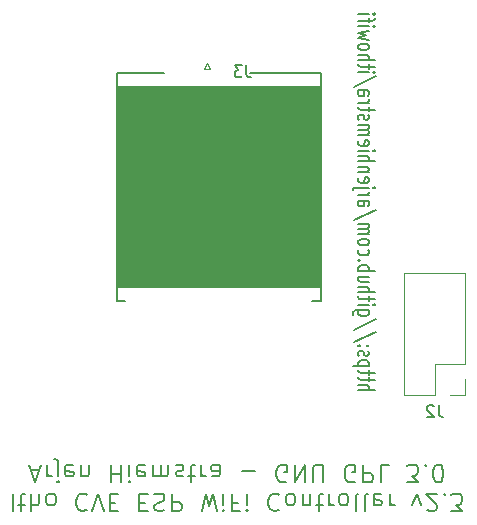
<source format=gbo>
G04 #@! TF.GenerationSoftware,KiCad,Pcbnew,(5.1.9-0-10_14)*
G04 #@! TF.CreationDate,2021-01-18T10:51:13+01:00*
G04 #@! TF.ProjectId,ithowifi,6974686f-7769-4666-992e-6b696361645f,rev?*
G04 #@! TF.SameCoordinates,Original*
G04 #@! TF.FileFunction,Legend,Bot*
G04 #@! TF.FilePolarity,Positive*
%FSLAX46Y46*%
G04 Gerber Fmt 4.6, Leading zero omitted, Abs format (unit mm)*
G04 Created by KiCad (PCBNEW (5.1.9-0-10_14)) date 2021-01-18 10:51:13*
%MOMM*%
%LPD*%
G01*
G04 APERTURE LIST*
%ADD10C,0.100000*%
%ADD11C,0.200000*%
%ADD12C,0.120000*%
%ADD13C,0.150000*%
G04 APERTURE END LIST*
D10*
G36*
X111125000Y-129997200D02*
G01*
X93878400Y-129997200D01*
X93853000Y-113030000D01*
X111125000Y-113030000D01*
X111125000Y-129997200D01*
G37*
X111125000Y-129997200D02*
X93878400Y-129997200D01*
X93853000Y-113030000D01*
X111125000Y-113030000D01*
X111125000Y-129997200D01*
D11*
X114301666Y-138762971D02*
X115701666Y-138762971D01*
X114301666Y-138334400D02*
X115035000Y-138334400D01*
X115168333Y-138382019D01*
X115235000Y-138477257D01*
X115235000Y-138620114D01*
X115168333Y-138715352D01*
X115101666Y-138762971D01*
X115235000Y-138001066D02*
X115235000Y-137620114D01*
X115701666Y-137858209D02*
X114501666Y-137858209D01*
X114368333Y-137810590D01*
X114301666Y-137715352D01*
X114301666Y-137620114D01*
X115235000Y-137429638D02*
X115235000Y-137048685D01*
X115701666Y-137286780D02*
X114501666Y-137286780D01*
X114368333Y-137239161D01*
X114301666Y-137143923D01*
X114301666Y-137048685D01*
X115235000Y-136715352D02*
X113835000Y-136715352D01*
X115168333Y-136715352D02*
X115235000Y-136620114D01*
X115235000Y-136429638D01*
X115168333Y-136334400D01*
X115101666Y-136286780D01*
X114968333Y-136239161D01*
X114568333Y-136239161D01*
X114435000Y-136286780D01*
X114368333Y-136334400D01*
X114301666Y-136429638D01*
X114301666Y-136620114D01*
X114368333Y-136715352D01*
X114368333Y-135858209D02*
X114301666Y-135762971D01*
X114301666Y-135572495D01*
X114368333Y-135477257D01*
X114501666Y-135429638D01*
X114568333Y-135429638D01*
X114701666Y-135477257D01*
X114768333Y-135572495D01*
X114768333Y-135715352D01*
X114835000Y-135810590D01*
X114968333Y-135858209D01*
X115035000Y-135858209D01*
X115168333Y-135810590D01*
X115235000Y-135715352D01*
X115235000Y-135572495D01*
X115168333Y-135477257D01*
X114435000Y-135001066D02*
X114368333Y-134953447D01*
X114301666Y-135001066D01*
X114368333Y-135048685D01*
X114435000Y-135001066D01*
X114301666Y-135001066D01*
X115168333Y-135001066D02*
X115101666Y-134953447D01*
X115035000Y-135001066D01*
X115101666Y-135048685D01*
X115168333Y-135001066D01*
X115035000Y-135001066D01*
X115768333Y-133810590D02*
X113968333Y-134667733D01*
X115768333Y-132762971D02*
X113968333Y-133620114D01*
X115235000Y-132001066D02*
X114101666Y-132001066D01*
X113968333Y-132048685D01*
X113901666Y-132096304D01*
X113835000Y-132191542D01*
X113835000Y-132334400D01*
X113901666Y-132429638D01*
X114368333Y-132001066D02*
X114301666Y-132096304D01*
X114301666Y-132286780D01*
X114368333Y-132382019D01*
X114435000Y-132429638D01*
X114568333Y-132477257D01*
X114968333Y-132477257D01*
X115101666Y-132429638D01*
X115168333Y-132382019D01*
X115235000Y-132286780D01*
X115235000Y-132096304D01*
X115168333Y-132001066D01*
X114301666Y-131524876D02*
X115235000Y-131524876D01*
X115701666Y-131524876D02*
X115635000Y-131572495D01*
X115568333Y-131524876D01*
X115635000Y-131477257D01*
X115701666Y-131524876D01*
X115568333Y-131524876D01*
X115235000Y-131191542D02*
X115235000Y-130810590D01*
X115701666Y-131048685D02*
X114501666Y-131048685D01*
X114368333Y-131001066D01*
X114301666Y-130905828D01*
X114301666Y-130810590D01*
X114301666Y-130477257D02*
X115701666Y-130477257D01*
X114301666Y-130048685D02*
X115035000Y-130048685D01*
X115168333Y-130096304D01*
X115235000Y-130191542D01*
X115235000Y-130334400D01*
X115168333Y-130429638D01*
X115101666Y-130477257D01*
X115235000Y-129143923D02*
X114301666Y-129143923D01*
X115235000Y-129572495D02*
X114501666Y-129572495D01*
X114368333Y-129524876D01*
X114301666Y-129429638D01*
X114301666Y-129286780D01*
X114368333Y-129191542D01*
X114435000Y-129143923D01*
X114301666Y-128667733D02*
X115701666Y-128667733D01*
X115168333Y-128667733D02*
X115235000Y-128572495D01*
X115235000Y-128382019D01*
X115168333Y-128286780D01*
X115101666Y-128239161D01*
X114968333Y-128191542D01*
X114568333Y-128191542D01*
X114435000Y-128239161D01*
X114368333Y-128286780D01*
X114301666Y-128382019D01*
X114301666Y-128572495D01*
X114368333Y-128667733D01*
X114435000Y-127762971D02*
X114368333Y-127715352D01*
X114301666Y-127762971D01*
X114368333Y-127810590D01*
X114435000Y-127762971D01*
X114301666Y-127762971D01*
X114368333Y-126858209D02*
X114301666Y-126953447D01*
X114301666Y-127143923D01*
X114368333Y-127239161D01*
X114435000Y-127286780D01*
X114568333Y-127334400D01*
X114968333Y-127334400D01*
X115101666Y-127286780D01*
X115168333Y-127239161D01*
X115235000Y-127143923D01*
X115235000Y-126953447D01*
X115168333Y-126858209D01*
X114301666Y-126286780D02*
X114368333Y-126382019D01*
X114435000Y-126429638D01*
X114568333Y-126477257D01*
X114968333Y-126477257D01*
X115101666Y-126429638D01*
X115168333Y-126382019D01*
X115235000Y-126286780D01*
X115235000Y-126143923D01*
X115168333Y-126048685D01*
X115101666Y-126001066D01*
X114968333Y-125953447D01*
X114568333Y-125953447D01*
X114435000Y-126001066D01*
X114368333Y-126048685D01*
X114301666Y-126143923D01*
X114301666Y-126286780D01*
X114301666Y-125524876D02*
X115235000Y-125524876D01*
X115101666Y-125524876D02*
X115168333Y-125477257D01*
X115235000Y-125382019D01*
X115235000Y-125239161D01*
X115168333Y-125143923D01*
X115035000Y-125096304D01*
X114301666Y-125096304D01*
X115035000Y-125096304D02*
X115168333Y-125048685D01*
X115235000Y-124953447D01*
X115235000Y-124810590D01*
X115168333Y-124715352D01*
X115035000Y-124667733D01*
X114301666Y-124667733D01*
X115768333Y-123477257D02*
X113968333Y-124334400D01*
X114301666Y-122715352D02*
X115035000Y-122715352D01*
X115168333Y-122762971D01*
X115235000Y-122858209D01*
X115235000Y-123048685D01*
X115168333Y-123143923D01*
X114368333Y-122715352D02*
X114301666Y-122810590D01*
X114301666Y-123048685D01*
X114368333Y-123143923D01*
X114501666Y-123191542D01*
X114635000Y-123191542D01*
X114768333Y-123143923D01*
X114835000Y-123048685D01*
X114835000Y-122810590D01*
X114901666Y-122715352D01*
X114301666Y-122239161D02*
X115235000Y-122239161D01*
X114968333Y-122239161D02*
X115101666Y-122191542D01*
X115168333Y-122143923D01*
X115235000Y-122048685D01*
X115235000Y-121953447D01*
X115235000Y-121620114D02*
X114035000Y-121620114D01*
X113901666Y-121667733D01*
X113835000Y-121762971D01*
X113835000Y-121810590D01*
X115701666Y-121620114D02*
X115635000Y-121667733D01*
X115568333Y-121620114D01*
X115635000Y-121572495D01*
X115701666Y-121620114D01*
X115568333Y-121620114D01*
X114368333Y-120762971D02*
X114301666Y-120858209D01*
X114301666Y-121048685D01*
X114368333Y-121143923D01*
X114501666Y-121191542D01*
X115035000Y-121191542D01*
X115168333Y-121143923D01*
X115235000Y-121048685D01*
X115235000Y-120858209D01*
X115168333Y-120762971D01*
X115035000Y-120715352D01*
X114901666Y-120715352D01*
X114768333Y-121191542D01*
X115235000Y-120286780D02*
X114301666Y-120286780D01*
X115101666Y-120286780D02*
X115168333Y-120239161D01*
X115235000Y-120143923D01*
X115235000Y-120001066D01*
X115168333Y-119905828D01*
X115035000Y-119858209D01*
X114301666Y-119858209D01*
X114301666Y-119382019D02*
X115701666Y-119382019D01*
X114301666Y-118953447D02*
X115035000Y-118953447D01*
X115168333Y-119001066D01*
X115235000Y-119096304D01*
X115235000Y-119239161D01*
X115168333Y-119334400D01*
X115101666Y-119382019D01*
X114301666Y-118477257D02*
X115235000Y-118477257D01*
X115701666Y-118477257D02*
X115635000Y-118524876D01*
X115568333Y-118477257D01*
X115635000Y-118429638D01*
X115701666Y-118477257D01*
X115568333Y-118477257D01*
X114368333Y-117620114D02*
X114301666Y-117715352D01*
X114301666Y-117905828D01*
X114368333Y-118001066D01*
X114501666Y-118048685D01*
X115035000Y-118048685D01*
X115168333Y-118001066D01*
X115235000Y-117905828D01*
X115235000Y-117715352D01*
X115168333Y-117620114D01*
X115035000Y-117572495D01*
X114901666Y-117572495D01*
X114768333Y-118048685D01*
X114301666Y-117143923D02*
X115235000Y-117143923D01*
X115101666Y-117143923D02*
X115168333Y-117096304D01*
X115235000Y-117001066D01*
X115235000Y-116858209D01*
X115168333Y-116762971D01*
X115035000Y-116715352D01*
X114301666Y-116715352D01*
X115035000Y-116715352D02*
X115168333Y-116667733D01*
X115235000Y-116572495D01*
X115235000Y-116429638D01*
X115168333Y-116334400D01*
X115035000Y-116286780D01*
X114301666Y-116286780D01*
X114368333Y-115858209D02*
X114301666Y-115762971D01*
X114301666Y-115572495D01*
X114368333Y-115477257D01*
X114501666Y-115429638D01*
X114568333Y-115429638D01*
X114701666Y-115477257D01*
X114768333Y-115572495D01*
X114768333Y-115715352D01*
X114835000Y-115810590D01*
X114968333Y-115858209D01*
X115035000Y-115858209D01*
X115168333Y-115810590D01*
X115235000Y-115715352D01*
X115235000Y-115572495D01*
X115168333Y-115477257D01*
X115235000Y-115143923D02*
X115235000Y-114762971D01*
X115701666Y-115001066D02*
X114501666Y-115001066D01*
X114368333Y-114953447D01*
X114301666Y-114858209D01*
X114301666Y-114762971D01*
X114301666Y-114429638D02*
X115235000Y-114429638D01*
X114968333Y-114429638D02*
X115101666Y-114382019D01*
X115168333Y-114334400D01*
X115235000Y-114239161D01*
X115235000Y-114143923D01*
X114301666Y-113382019D02*
X115035000Y-113382019D01*
X115168333Y-113429638D01*
X115235000Y-113524876D01*
X115235000Y-113715352D01*
X115168333Y-113810590D01*
X114368333Y-113382019D02*
X114301666Y-113477257D01*
X114301666Y-113715352D01*
X114368333Y-113810590D01*
X114501666Y-113858209D01*
X114635000Y-113858209D01*
X114768333Y-113810590D01*
X114835000Y-113715352D01*
X114835000Y-113477257D01*
X114901666Y-113382019D01*
X115768333Y-112191542D02*
X113968333Y-113048685D01*
X114301666Y-111858209D02*
X115235000Y-111858209D01*
X115701666Y-111858209D02*
X115635000Y-111905828D01*
X115568333Y-111858209D01*
X115635000Y-111810590D01*
X115701666Y-111858209D01*
X115568333Y-111858209D01*
X115235000Y-111524876D02*
X115235000Y-111143923D01*
X115701666Y-111382019D02*
X114501666Y-111382019D01*
X114368333Y-111334400D01*
X114301666Y-111239161D01*
X114301666Y-111143923D01*
X114301666Y-110810590D02*
X115701666Y-110810590D01*
X114301666Y-110382019D02*
X115035000Y-110382019D01*
X115168333Y-110429638D01*
X115235000Y-110524876D01*
X115235000Y-110667733D01*
X115168333Y-110762971D01*
X115101666Y-110810590D01*
X114301666Y-109762971D02*
X114368333Y-109858209D01*
X114435000Y-109905828D01*
X114568333Y-109953447D01*
X114968333Y-109953447D01*
X115101666Y-109905828D01*
X115168333Y-109858209D01*
X115235000Y-109762971D01*
X115235000Y-109620114D01*
X115168333Y-109524876D01*
X115101666Y-109477257D01*
X114968333Y-109429638D01*
X114568333Y-109429638D01*
X114435000Y-109477257D01*
X114368333Y-109524876D01*
X114301666Y-109620114D01*
X114301666Y-109762971D01*
X115235000Y-109096304D02*
X114301666Y-108905828D01*
X114968333Y-108715352D01*
X114301666Y-108524876D01*
X115235000Y-108334400D01*
X114301666Y-107953447D02*
X115235000Y-107953447D01*
X115701666Y-107953447D02*
X115635000Y-108001066D01*
X115568333Y-107953447D01*
X115635000Y-107905828D01*
X115701666Y-107953447D01*
X115568333Y-107953447D01*
X115235000Y-107620114D02*
X115235000Y-107239161D01*
X114301666Y-107477257D02*
X115501666Y-107477257D01*
X115635000Y-107429638D01*
X115701666Y-107334400D01*
X115701666Y-107239161D01*
X114301666Y-106905828D02*
X115235000Y-106905828D01*
X115701666Y-106905828D02*
X115635000Y-106953447D01*
X115568333Y-106905828D01*
X115635000Y-106858209D01*
X115701666Y-106905828D01*
X115568333Y-106905828D01*
X85038400Y-147510828D02*
X85038400Y-149010828D01*
X85538400Y-148510828D02*
X86109828Y-148510828D01*
X85752685Y-149010828D02*
X85752685Y-147725114D01*
X85824114Y-147582257D01*
X85966971Y-147510828D01*
X86109828Y-147510828D01*
X86609828Y-147510828D02*
X86609828Y-149010828D01*
X87252685Y-147510828D02*
X87252685Y-148296542D01*
X87181257Y-148439400D01*
X87038400Y-148510828D01*
X86824114Y-148510828D01*
X86681257Y-148439400D01*
X86609828Y-148367971D01*
X88181257Y-147510828D02*
X88038400Y-147582257D01*
X87966971Y-147653685D01*
X87895542Y-147796542D01*
X87895542Y-148225114D01*
X87966971Y-148367971D01*
X88038400Y-148439400D01*
X88181257Y-148510828D01*
X88395542Y-148510828D01*
X88538400Y-148439400D01*
X88609828Y-148367971D01*
X88681257Y-148225114D01*
X88681257Y-147796542D01*
X88609828Y-147653685D01*
X88538400Y-147582257D01*
X88395542Y-147510828D01*
X88181257Y-147510828D01*
X91324114Y-147653685D02*
X91252685Y-147582257D01*
X91038400Y-147510828D01*
X90895542Y-147510828D01*
X90681257Y-147582257D01*
X90538400Y-147725114D01*
X90466971Y-147867971D01*
X90395542Y-148153685D01*
X90395542Y-148367971D01*
X90466971Y-148653685D01*
X90538400Y-148796542D01*
X90681257Y-148939400D01*
X90895542Y-149010828D01*
X91038400Y-149010828D01*
X91252685Y-148939400D01*
X91324114Y-148867971D01*
X91752685Y-149010828D02*
X92252685Y-147510828D01*
X92752685Y-149010828D01*
X93252685Y-148296542D02*
X93752685Y-148296542D01*
X93966971Y-147510828D02*
X93252685Y-147510828D01*
X93252685Y-149010828D01*
X93966971Y-149010828D01*
X95752685Y-148296542D02*
X96252685Y-148296542D01*
X96466971Y-147510828D02*
X95752685Y-147510828D01*
X95752685Y-149010828D01*
X96466971Y-149010828D01*
X97038400Y-147582257D02*
X97252685Y-147510828D01*
X97609828Y-147510828D01*
X97752685Y-147582257D01*
X97824114Y-147653685D01*
X97895542Y-147796542D01*
X97895542Y-147939400D01*
X97824114Y-148082257D01*
X97752685Y-148153685D01*
X97609828Y-148225114D01*
X97324114Y-148296542D01*
X97181257Y-148367971D01*
X97109828Y-148439400D01*
X97038400Y-148582257D01*
X97038400Y-148725114D01*
X97109828Y-148867971D01*
X97181257Y-148939400D01*
X97324114Y-149010828D01*
X97681257Y-149010828D01*
X97895542Y-148939400D01*
X98538400Y-147510828D02*
X98538400Y-149010828D01*
X99109828Y-149010828D01*
X99252685Y-148939400D01*
X99324114Y-148867971D01*
X99395542Y-148725114D01*
X99395542Y-148510828D01*
X99324114Y-148367971D01*
X99252685Y-148296542D01*
X99109828Y-148225114D01*
X98538400Y-148225114D01*
X101038400Y-149010828D02*
X101395542Y-147510828D01*
X101681257Y-148582257D01*
X101966971Y-147510828D01*
X102324114Y-149010828D01*
X102895542Y-147510828D02*
X102895542Y-148510828D01*
X102895542Y-149010828D02*
X102824114Y-148939400D01*
X102895542Y-148867971D01*
X102966971Y-148939400D01*
X102895542Y-149010828D01*
X102895542Y-148867971D01*
X104109828Y-148296542D02*
X103609828Y-148296542D01*
X103609828Y-147510828D02*
X103609828Y-149010828D01*
X104324114Y-149010828D01*
X104895542Y-147510828D02*
X104895542Y-148510828D01*
X104895542Y-149010828D02*
X104824114Y-148939400D01*
X104895542Y-148867971D01*
X104966971Y-148939400D01*
X104895542Y-149010828D01*
X104895542Y-148867971D01*
X107609828Y-147653685D02*
X107538400Y-147582257D01*
X107324114Y-147510828D01*
X107181257Y-147510828D01*
X106966971Y-147582257D01*
X106824114Y-147725114D01*
X106752685Y-147867971D01*
X106681257Y-148153685D01*
X106681257Y-148367971D01*
X106752685Y-148653685D01*
X106824114Y-148796542D01*
X106966971Y-148939400D01*
X107181257Y-149010828D01*
X107324114Y-149010828D01*
X107538400Y-148939400D01*
X107609828Y-148867971D01*
X108466971Y-147510828D02*
X108324114Y-147582257D01*
X108252685Y-147653685D01*
X108181257Y-147796542D01*
X108181257Y-148225114D01*
X108252685Y-148367971D01*
X108324114Y-148439400D01*
X108466971Y-148510828D01*
X108681257Y-148510828D01*
X108824114Y-148439400D01*
X108895542Y-148367971D01*
X108966971Y-148225114D01*
X108966971Y-147796542D01*
X108895542Y-147653685D01*
X108824114Y-147582257D01*
X108681257Y-147510828D01*
X108466971Y-147510828D01*
X109609828Y-148510828D02*
X109609828Y-147510828D01*
X109609828Y-148367971D02*
X109681257Y-148439400D01*
X109824114Y-148510828D01*
X110038400Y-148510828D01*
X110181257Y-148439400D01*
X110252685Y-148296542D01*
X110252685Y-147510828D01*
X110752685Y-148510828D02*
X111324114Y-148510828D01*
X110966971Y-149010828D02*
X110966971Y-147725114D01*
X111038400Y-147582257D01*
X111181257Y-147510828D01*
X111324114Y-147510828D01*
X111824114Y-147510828D02*
X111824114Y-148510828D01*
X111824114Y-148225114D02*
X111895542Y-148367971D01*
X111966971Y-148439400D01*
X112109828Y-148510828D01*
X112252685Y-148510828D01*
X112966971Y-147510828D02*
X112824114Y-147582257D01*
X112752685Y-147653685D01*
X112681257Y-147796542D01*
X112681257Y-148225114D01*
X112752685Y-148367971D01*
X112824114Y-148439400D01*
X112966971Y-148510828D01*
X113181257Y-148510828D01*
X113324114Y-148439400D01*
X113395542Y-148367971D01*
X113466971Y-148225114D01*
X113466971Y-147796542D01*
X113395542Y-147653685D01*
X113324114Y-147582257D01*
X113181257Y-147510828D01*
X112966971Y-147510828D01*
X114324114Y-147510828D02*
X114181257Y-147582257D01*
X114109828Y-147725114D01*
X114109828Y-149010828D01*
X115109828Y-147510828D02*
X114966971Y-147582257D01*
X114895542Y-147725114D01*
X114895542Y-149010828D01*
X116252685Y-147582257D02*
X116109828Y-147510828D01*
X115824114Y-147510828D01*
X115681257Y-147582257D01*
X115609828Y-147725114D01*
X115609828Y-148296542D01*
X115681257Y-148439400D01*
X115824114Y-148510828D01*
X116109828Y-148510828D01*
X116252685Y-148439400D01*
X116324114Y-148296542D01*
X116324114Y-148153685D01*
X115609828Y-148010828D01*
X116966971Y-147510828D02*
X116966971Y-148510828D01*
X116966971Y-148225114D02*
X117038400Y-148367971D01*
X117109828Y-148439400D01*
X117252685Y-148510828D01*
X117395542Y-148510828D01*
X118895542Y-148510828D02*
X119252685Y-147510828D01*
X119609828Y-148510828D01*
X120109828Y-148867971D02*
X120181257Y-148939400D01*
X120324114Y-149010828D01*
X120681257Y-149010828D01*
X120824114Y-148939400D01*
X120895542Y-148867971D01*
X120966971Y-148725114D01*
X120966971Y-148582257D01*
X120895542Y-148367971D01*
X120038400Y-147510828D01*
X120966971Y-147510828D01*
X121609828Y-147653685D02*
X121681257Y-147582257D01*
X121609828Y-147510828D01*
X121538400Y-147582257D01*
X121609828Y-147653685D01*
X121609828Y-147510828D01*
X122181257Y-149010828D02*
X123109828Y-149010828D01*
X122609828Y-148439400D01*
X122824114Y-148439400D01*
X122966971Y-148367971D01*
X123038400Y-148296542D01*
X123109828Y-148153685D01*
X123109828Y-147796542D01*
X123038400Y-147653685D01*
X122966971Y-147582257D01*
X122824114Y-147510828D01*
X122395542Y-147510828D01*
X122252685Y-147582257D01*
X122181257Y-147653685D01*
X86574114Y-145489400D02*
X87288400Y-145489400D01*
X86431257Y-145060828D02*
X86931257Y-146560828D01*
X87431257Y-145060828D01*
X87931257Y-145060828D02*
X87931257Y-146060828D01*
X87931257Y-145775114D02*
X88002685Y-145917971D01*
X88074114Y-145989400D01*
X88216971Y-146060828D01*
X88359828Y-146060828D01*
X88859828Y-146060828D02*
X88859828Y-144775114D01*
X88788400Y-144632257D01*
X88645542Y-144560828D01*
X88574114Y-144560828D01*
X88859828Y-146560828D02*
X88788400Y-146489400D01*
X88859828Y-146417971D01*
X88931257Y-146489400D01*
X88859828Y-146560828D01*
X88859828Y-146417971D01*
X90145542Y-145132257D02*
X90002685Y-145060828D01*
X89716971Y-145060828D01*
X89574114Y-145132257D01*
X89502685Y-145275114D01*
X89502685Y-145846542D01*
X89574114Y-145989400D01*
X89716971Y-146060828D01*
X90002685Y-146060828D01*
X90145542Y-145989400D01*
X90216971Y-145846542D01*
X90216971Y-145703685D01*
X89502685Y-145560828D01*
X90859828Y-146060828D02*
X90859828Y-145060828D01*
X90859828Y-145917971D02*
X90931257Y-145989400D01*
X91074114Y-146060828D01*
X91288400Y-146060828D01*
X91431257Y-145989400D01*
X91502685Y-145846542D01*
X91502685Y-145060828D01*
X93359828Y-145060828D02*
X93359828Y-146560828D01*
X93359828Y-145846542D02*
X94216971Y-145846542D01*
X94216971Y-145060828D02*
X94216971Y-146560828D01*
X94931257Y-145060828D02*
X94931257Y-146060828D01*
X94931257Y-146560828D02*
X94859828Y-146489400D01*
X94931257Y-146417971D01*
X95002685Y-146489400D01*
X94931257Y-146560828D01*
X94931257Y-146417971D01*
X96216971Y-145132257D02*
X96074114Y-145060828D01*
X95788400Y-145060828D01*
X95645542Y-145132257D01*
X95574114Y-145275114D01*
X95574114Y-145846542D01*
X95645542Y-145989400D01*
X95788400Y-146060828D01*
X96074114Y-146060828D01*
X96216971Y-145989400D01*
X96288400Y-145846542D01*
X96288400Y-145703685D01*
X95574114Y-145560828D01*
X96931257Y-145060828D02*
X96931257Y-146060828D01*
X96931257Y-145917971D02*
X97002685Y-145989400D01*
X97145542Y-146060828D01*
X97359828Y-146060828D01*
X97502685Y-145989400D01*
X97574114Y-145846542D01*
X97574114Y-145060828D01*
X97574114Y-145846542D02*
X97645542Y-145989400D01*
X97788400Y-146060828D01*
X98002685Y-146060828D01*
X98145542Y-145989400D01*
X98216971Y-145846542D01*
X98216971Y-145060828D01*
X98859828Y-145132257D02*
X99002685Y-145060828D01*
X99288400Y-145060828D01*
X99431257Y-145132257D01*
X99502685Y-145275114D01*
X99502685Y-145346542D01*
X99431257Y-145489400D01*
X99288400Y-145560828D01*
X99074114Y-145560828D01*
X98931257Y-145632257D01*
X98859828Y-145775114D01*
X98859828Y-145846542D01*
X98931257Y-145989400D01*
X99074114Y-146060828D01*
X99288400Y-146060828D01*
X99431257Y-145989400D01*
X99931257Y-146060828D02*
X100502685Y-146060828D01*
X100145542Y-146560828D02*
X100145542Y-145275114D01*
X100216971Y-145132257D01*
X100359828Y-145060828D01*
X100502685Y-145060828D01*
X101002685Y-145060828D02*
X101002685Y-146060828D01*
X101002685Y-145775114D02*
X101074114Y-145917971D01*
X101145542Y-145989400D01*
X101288400Y-146060828D01*
X101431257Y-146060828D01*
X102574114Y-145060828D02*
X102574114Y-145846542D01*
X102502685Y-145989400D01*
X102359828Y-146060828D01*
X102074114Y-146060828D01*
X101931257Y-145989400D01*
X102574114Y-145132257D02*
X102431257Y-145060828D01*
X102074114Y-145060828D01*
X101931257Y-145132257D01*
X101859828Y-145275114D01*
X101859828Y-145417971D01*
X101931257Y-145560828D01*
X102074114Y-145632257D01*
X102431257Y-145632257D01*
X102574114Y-145703685D01*
X104431257Y-145632257D02*
X105574114Y-145632257D01*
X108216971Y-146489400D02*
X108074114Y-146560828D01*
X107859828Y-146560828D01*
X107645542Y-146489400D01*
X107502685Y-146346542D01*
X107431257Y-146203685D01*
X107359828Y-145917971D01*
X107359828Y-145703685D01*
X107431257Y-145417971D01*
X107502685Y-145275114D01*
X107645542Y-145132257D01*
X107859828Y-145060828D01*
X108002685Y-145060828D01*
X108216971Y-145132257D01*
X108288400Y-145203685D01*
X108288400Y-145703685D01*
X108002685Y-145703685D01*
X108931257Y-145060828D02*
X108931257Y-146560828D01*
X109788400Y-145060828D01*
X109788400Y-146560828D01*
X110502685Y-146560828D02*
X110502685Y-145346542D01*
X110574114Y-145203685D01*
X110645542Y-145132257D01*
X110788400Y-145060828D01*
X111074114Y-145060828D01*
X111216971Y-145132257D01*
X111288400Y-145203685D01*
X111359828Y-145346542D01*
X111359828Y-146560828D01*
X114002685Y-146489400D02*
X113859828Y-146560828D01*
X113645542Y-146560828D01*
X113431257Y-146489400D01*
X113288400Y-146346542D01*
X113216971Y-146203685D01*
X113145542Y-145917971D01*
X113145542Y-145703685D01*
X113216971Y-145417971D01*
X113288400Y-145275114D01*
X113431257Y-145132257D01*
X113645542Y-145060828D01*
X113788400Y-145060828D01*
X114002685Y-145132257D01*
X114074114Y-145203685D01*
X114074114Y-145703685D01*
X113788400Y-145703685D01*
X114716971Y-145060828D02*
X114716971Y-146560828D01*
X115288400Y-146560828D01*
X115431257Y-146489400D01*
X115502685Y-146417971D01*
X115574114Y-146275114D01*
X115574114Y-146060828D01*
X115502685Y-145917971D01*
X115431257Y-145846542D01*
X115288400Y-145775114D01*
X114716971Y-145775114D01*
X116931257Y-145060828D02*
X116216971Y-145060828D01*
X116216971Y-146560828D01*
X118431257Y-146560828D02*
X119359828Y-146560828D01*
X118859828Y-145989400D01*
X119074114Y-145989400D01*
X119216971Y-145917971D01*
X119288400Y-145846542D01*
X119359828Y-145703685D01*
X119359828Y-145346542D01*
X119288400Y-145203685D01*
X119216971Y-145132257D01*
X119074114Y-145060828D01*
X118645542Y-145060828D01*
X118502685Y-145132257D01*
X118431257Y-145203685D01*
X120002685Y-145203685D02*
X120074114Y-145132257D01*
X120002685Y-145060828D01*
X119931257Y-145132257D01*
X120002685Y-145203685D01*
X120002685Y-145060828D01*
X121002685Y-146560828D02*
X121145542Y-146560828D01*
X121288400Y-146489400D01*
X121359828Y-146417971D01*
X121431257Y-146275114D01*
X121502685Y-145989400D01*
X121502685Y-145632257D01*
X121431257Y-145346542D01*
X121359828Y-145203685D01*
X121288400Y-145132257D01*
X121145542Y-145060828D01*
X121002685Y-145060828D01*
X120859828Y-145132257D01*
X120788400Y-145203685D01*
X120716971Y-145346542D01*
X120645542Y-145632257D01*
X120645542Y-145989400D01*
X120716971Y-146275114D01*
X120788400Y-146417971D01*
X120859828Y-146489400D01*
X121002685Y-146560828D01*
D12*
X101498400Y-111058400D02*
X101748400Y-111558400D01*
X101748400Y-111558400D02*
X101248400Y-111558400D01*
X101248400Y-111558400D02*
X101498400Y-111058400D01*
D13*
X110389000Y-131189000D02*
X111139000Y-131189000D01*
X93839000Y-131189000D02*
X94589000Y-131189000D01*
X93839000Y-111889000D02*
X93839000Y-131189000D01*
X97864000Y-111889000D02*
X93839000Y-111889000D01*
X111139000Y-111889000D02*
X105114000Y-111889000D01*
X111139000Y-131189000D02*
X111139000Y-111889000D01*
D12*
X122047000Y-139125000D02*
X123377000Y-139125000D01*
X123377000Y-139125000D02*
X123377000Y-137795000D01*
X120777000Y-139125000D02*
X120777000Y-136525000D01*
X120777000Y-136525000D02*
X123377000Y-136525000D01*
X123377000Y-136525000D02*
X123377000Y-128845000D01*
X118177000Y-128845000D02*
X123377000Y-128845000D01*
X118177000Y-139125000D02*
X118177000Y-128845000D01*
X118177000Y-139125000D02*
X120777000Y-139125000D01*
D13*
X104831733Y-111260780D02*
X104831733Y-111975066D01*
X104879352Y-112117923D01*
X104974590Y-112213161D01*
X105117447Y-112260780D01*
X105212685Y-112260780D01*
X104450780Y-111260780D02*
X103831733Y-111260780D01*
X104165066Y-111641733D01*
X104022209Y-111641733D01*
X103926971Y-111689352D01*
X103879352Y-111736971D01*
X103831733Y-111832209D01*
X103831733Y-112070304D01*
X103879352Y-112165542D01*
X103926971Y-112213161D01*
X104022209Y-112260780D01*
X104307923Y-112260780D01*
X104403161Y-112213161D01*
X104450780Y-112165542D01*
X101941380Y-120777095D02*
X102750904Y-120777095D01*
X102846142Y-120824714D01*
X102893761Y-120872333D01*
X102941380Y-120967571D01*
X102941380Y-121158047D01*
X102893761Y-121253285D01*
X102846142Y-121300904D01*
X102750904Y-121348523D01*
X101941380Y-121348523D01*
X102036619Y-121777095D02*
X101989000Y-121824714D01*
X101941380Y-121919952D01*
X101941380Y-122158047D01*
X101989000Y-122253285D01*
X102036619Y-122300904D01*
X102131857Y-122348523D01*
X102227095Y-122348523D01*
X102369952Y-122300904D01*
X102941380Y-121729476D01*
X102941380Y-122348523D01*
X121110333Y-140017380D02*
X121110333Y-140731666D01*
X121157952Y-140874523D01*
X121253190Y-140969761D01*
X121396047Y-141017380D01*
X121491285Y-141017380D01*
X120681761Y-140112619D02*
X120634142Y-140065000D01*
X120538904Y-140017380D01*
X120300809Y-140017380D01*
X120205571Y-140065000D01*
X120157952Y-140112619D01*
X120110333Y-140207857D01*
X120110333Y-140303095D01*
X120157952Y-140445952D01*
X120729380Y-141017380D01*
X120110333Y-141017380D01*
M02*

</source>
